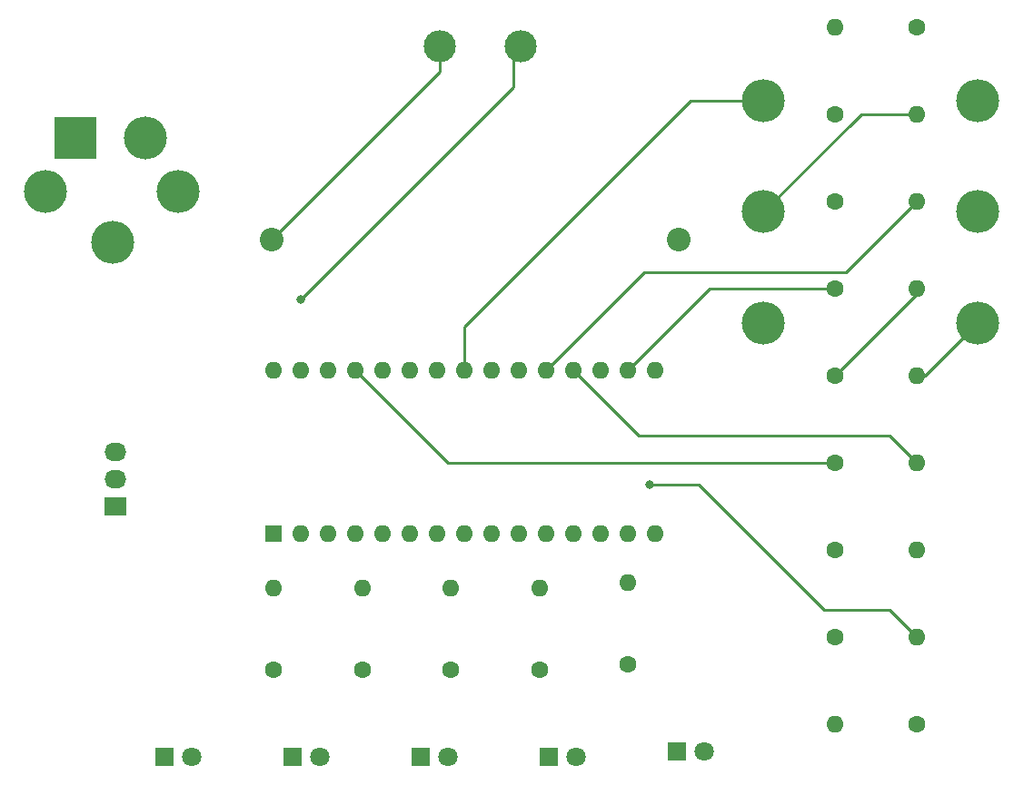
<source format=gbl>
%TF.GenerationSoftware,KiCad,Pcbnew,(5.1.10)-1*%
%TF.CreationDate,2021-08-05T18:33:57-07:00*%
%TF.ProjectId,SimpleCableTesterStatics,53696d70-6c65-4436-9162-6c6554657374,rev?*%
%TF.SameCoordinates,Original*%
%TF.FileFunction,Copper,L2,Bot*%
%TF.FilePolarity,Positive*%
%FSLAX46Y46*%
G04 Gerber Fmt 4.6, Leading zero omitted, Abs format (unit mm)*
G04 Created by KiCad (PCBNEW (5.1.10)-1) date 2021-08-05 18:33:57*
%MOMM*%
%LPD*%
G01*
G04 APERTURE LIST*
%TA.AperFunction,ComponentPad*%
%ADD10R,2.030000X1.730000*%
%TD*%
%TA.AperFunction,ComponentPad*%
%ADD11O,2.030000X1.730000*%
%TD*%
%TA.AperFunction,ComponentPad*%
%ADD12C,2.205000*%
%TD*%
%TA.AperFunction,ComponentPad*%
%ADD13O,1.600000X1.600000*%
%TD*%
%TA.AperFunction,ComponentPad*%
%ADD14C,1.600000*%
%TD*%
%TA.AperFunction,ComponentPad*%
%ADD15R,1.600000X1.600000*%
%TD*%
%TA.AperFunction,ComponentPad*%
%ADD16R,1.800000X1.800000*%
%TD*%
%TA.AperFunction,ComponentPad*%
%ADD17C,1.800000*%
%TD*%
%TA.AperFunction,ComponentPad*%
%ADD18O,4.000000X4.000000*%
%TD*%
%TA.AperFunction,ComponentPad*%
%ADD19R,4.000000X4.000000*%
%TD*%
%TA.AperFunction,ComponentPad*%
%ADD20O,3.000000X3.000000*%
%TD*%
%TA.AperFunction,ViaPad*%
%ADD21C,0.800000*%
%TD*%
%TA.AperFunction,Conductor*%
%ADD22C,0.250000*%
%TD*%
G04 APERTURE END LIST*
D10*
%TO.P,U1,1*%
%TO.N,Net-(D4-Pad2)*%
X114808000Y-119888000D03*
D11*
%TO.P,U1,3*%
%TO.N,GND*%
X114808000Y-117348000D03*
%TO.P,U1,2*%
%TO.N,5V*%
X114808000Y-114808000D03*
%TD*%
D12*
%TO.P,.1,2*%
%TO.N,Net-(.1-Pad2)*%
X129351000Y-94996000D03*
%TO.P,.1,1*%
%TO.N,GND*%
X167321000Y-94996000D03*
%TD*%
D13*
%TO.P,3-1V1,2*%
%TO.N,Read1V*%
X181864000Y-75184000D03*
D14*
%TO.P,3-1V1,1*%
%TO.N,Read3V*%
X189484000Y-75184000D03*
%TD*%
%TO.P,3-1V2,1*%
%TO.N,Net-(3-1V2-Pad1)*%
X181864000Y-123952000D03*
D13*
%TO.P,3-1V2,2*%
%TO.N,GND*%
X189484000Y-123952000D03*
%TD*%
D14*
%TO.P,3-2V1,1*%
%TO.N,Read3V*%
X181864000Y-132080000D03*
D13*
%TO.P,3-2V1,2*%
%TO.N,Read2V*%
X189484000Y-132080000D03*
%TD*%
%TO.P,3-2V2,2*%
%TO.N,GND*%
X181864000Y-140208000D03*
D14*
%TO.P,3-2V2,1*%
%TO.N,Net-(3-2V2-Pad1)*%
X189484000Y-140208000D03*
%TD*%
%TO.P,3.3-3V1,1*%
%TO.N,3.3V*%
X181864000Y-99568000D03*
D13*
%TO.P,3.3-3V1,2*%
%TO.N,Read3V*%
X189484000Y-99568000D03*
%TD*%
D14*
%TO.P,3.3-3V2,1*%
%TO.N,Read3V*%
X181864000Y-107696000D03*
D13*
%TO.P,3.3-3V2,2*%
%TO.N,GND*%
X189484000Y-107696000D03*
%TD*%
%TO.P,5-4V1,2*%
%TO.N,GND*%
X189484000Y-83312000D03*
D14*
%TO.P,5-4V1,1*%
%TO.N,Net-(5-4V1-Pad1)*%
X181864000Y-83312000D03*
%TD*%
%TO.P,5-4V2,1*%
%TO.N,5V*%
X181864000Y-91440000D03*
D13*
%TO.P,5-4V2,2*%
%TO.N,Read4V*%
X189484000Y-91440000D03*
%TD*%
D15*
%TO.P,A1,1*%
%TO.N,N/C*%
X129540000Y-122428000D03*
D13*
%TO.P,A1,17*%
%TO.N,3.3V*%
X162560000Y-107188000D03*
%TO.P,A1,2*%
%TO.N,N/C*%
X132080000Y-122428000D03*
%TO.P,A1,18*%
X160020000Y-107188000D03*
%TO.P,A1,3*%
X134620000Y-122428000D03*
%TO.P,A1,19*%
%TO.N,Read5V*%
X157480000Y-107188000D03*
%TO.P,A1,4*%
%TO.N,GND*%
X137160000Y-122428000D03*
%TO.P,A1,20*%
%TO.N,Read4V*%
X154940000Y-107188000D03*
%TO.P,A1,5*%
%TO.N,BIAS*%
X139700000Y-122428000D03*
%TO.P,A1,21*%
%TO.N,Read3V*%
X152400000Y-107188000D03*
%TO.P,A1,6*%
%TO.N,R+*%
X142240000Y-122428000D03*
%TO.P,A1,22*%
%TO.N,Read2V*%
X149860000Y-107188000D03*
%TO.P,A1,7*%
%TO.N,L+*%
X144780000Y-122428000D03*
%TO.P,A1,23*%
%TO.N,Read1V*%
X147320000Y-107188000D03*
%TO.P,A1,8*%
%TO.N,L-*%
X147320000Y-122428000D03*
%TO.P,A1,24*%
%TO.N,N/C*%
X144780000Y-107188000D03*
%TO.P,A1,9*%
%TO.N,R-*%
X149860000Y-122428000D03*
%TO.P,A1,25*%
%TO.N,N/C*%
X142240000Y-107188000D03*
%TO.P,A1,10*%
X152400000Y-122428000D03*
%TO.P,A1,26*%
X139700000Y-107188000D03*
%TO.P,A1,11*%
X154940000Y-122428000D03*
%TO.P,A1,27*%
%TO.N,5V*%
X137160000Y-107188000D03*
%TO.P,A1,12*%
%TO.N,N/C*%
X157480000Y-122428000D03*
%TO.P,A1,28*%
X134620000Y-107188000D03*
%TO.P,A1,13*%
X160020000Y-122428000D03*
%TO.P,A1,29*%
%TO.N,GND*%
X132080000Y-107188000D03*
%TO.P,A1,14*%
%TO.N,N/C*%
X162560000Y-122428000D03*
%TO.P,A1,30*%
X129540000Y-107188000D03*
%TO.P,A1,15*%
X165100000Y-122428000D03*
%TO.P,A1,16*%
X165100000Y-107188000D03*
%TD*%
D16*
%TO.P,Bias.1,1*%
%TO.N,GND*%
X119380000Y-143256000D03*
D17*
%TO.P,Bias.1,2*%
%TO.N,Net-(Bias.1-Pad2)*%
X121920000Y-143256000D03*
%TD*%
%TO.P,R+.2,2*%
%TO.N,Net-(R+.2-Pad2)*%
X133858000Y-143256000D03*
D16*
%TO.P,R+.2,1*%
%TO.N,GND*%
X131318000Y-143256000D03*
%TD*%
%TO.P,L+.3,1*%
%TO.N,GND*%
X143256000Y-143256000D03*
D17*
%TO.P,L+.3,2*%
%TO.N,Net-(L+.3-Pad2)*%
X145796000Y-143256000D03*
%TD*%
%TO.P,L-.4,2*%
%TO.N,Net-(L-.4-Pad2)*%
X157734000Y-143256000D03*
D16*
%TO.P,L-.4,1*%
%TO.N,GND*%
X155194000Y-143256000D03*
%TD*%
%TO.P,R-.5,1*%
%TO.N,GND*%
X167132000Y-142748000D03*
D17*
%TO.P,R-.5,2*%
%TO.N,Net-(R-.5-Pad2)*%
X169672000Y-142748000D03*
%TD*%
D13*
%TO.P,R1,2*%
%TO.N,BIAS*%
X129540000Y-127508000D03*
D14*
%TO.P,R1,1*%
%TO.N,Net-(Bias.1-Pad2)*%
X129540000Y-135128000D03*
%TD*%
%TO.P,R2,1*%
%TO.N,Net-(R+.2-Pad2)*%
X137795000Y-135128000D03*
D13*
%TO.P,R2,2*%
%TO.N,R+*%
X137795000Y-127508000D03*
%TD*%
%TO.P,R3,2*%
%TO.N,L+*%
X146050000Y-127508000D03*
D14*
%TO.P,R3,1*%
%TO.N,Net-(L+.3-Pad2)*%
X146050000Y-135128000D03*
%TD*%
%TO.P,R4,1*%
%TO.N,Net-(L-.4-Pad2)*%
X154305000Y-135128000D03*
D13*
%TO.P,R4,2*%
%TO.N,L-*%
X154305000Y-127508000D03*
%TD*%
%TO.P,R5,2*%
%TO.N,R-*%
X162560000Y-127000000D03*
D14*
%TO.P,R5,1*%
%TO.N,Net-(R-.5-Pad2)*%
X162560000Y-134620000D03*
%TD*%
D13*
%TO.P,Stay5V1,2*%
%TO.N,Read5V*%
X189484000Y-115824000D03*
D14*
%TO.P,Stay5V1,1*%
%TO.N,5V*%
X181864000Y-115824000D03*
%TD*%
D18*
%TO.P,U2,2*%
%TO.N,Read2V*%
X108305600Y-90500200D03*
D19*
%TO.P,U2,1*%
%TO.N,N/C*%
X111074200Y-85496400D03*
D18*
%TO.P,U2,4*%
%TO.N,Read4V*%
X120650000Y-90500200D03*
%TO.P,U2,3*%
%TO.N,Read3V*%
X114554000Y-95250000D03*
%TO.P,U2,5*%
%TO.N,Read5V*%
X117576600Y-85496400D03*
%TD*%
%TO.P,U3,4*%
%TO.N,Net-(5-4V1-Pad1)*%
X175158400Y-102768400D03*
%TO.P,U3,3*%
%TO.N,GND*%
X175158400Y-92428400D03*
%TO.P,U3,1L*%
%TO.N,Read1V*%
X175158400Y-82088400D03*
%TO.P,U3,2*%
%TO.N,Net-(3-2V2-Pad1)*%
X195158400Y-92428400D03*
%TO.P,U3,1R*%
%TO.N,Net-(3-1V2-Pad1)*%
X195158400Y-82088400D03*
%TO.P,U3,5*%
%TO.N,GND*%
X195158400Y-102768400D03*
%TD*%
D20*
%TO.P,SW1,1*%
%TO.N,Net-(.1-Pad2)*%
X144985400Y-76946800D03*
%TO.P,SW1,2*%
%TO.N,Net-(D4-Pad1)*%
X152585400Y-76946800D03*
%TD*%
D21*
%TO.N,Read2V*%
X164592000Y-117856000D03*
%TO.N,Net-(D4-Pad1)*%
X132080000Y-100584000D03*
%TD*%
D22*
%TO.N,Net-(.1-Pad2)*%
X144985400Y-79361600D02*
X129351000Y-94996000D01*
X144985400Y-76946800D02*
X144985400Y-79361600D01*
%TO.N,Read1V*%
X175158400Y-82088400D02*
X168355600Y-82088400D01*
X147320000Y-103124000D02*
X147320000Y-107188000D01*
X168355600Y-82088400D02*
X147320000Y-103124000D01*
%TO.N,Read3V*%
X189484000Y-100076000D02*
X189484000Y-99568000D01*
X181864000Y-107696000D02*
X189484000Y-100076000D01*
%TO.N,GND*%
X190230800Y-107696000D02*
X189484000Y-107696000D01*
X195158400Y-102768400D02*
X190230800Y-107696000D01*
X184274800Y-83312000D02*
X189484000Y-83312000D01*
X175158400Y-92428400D02*
X184274800Y-83312000D01*
%TO.N,Read2V*%
X164592000Y-117856000D02*
X169164000Y-117856000D01*
X169164000Y-117856000D02*
X180848000Y-129540000D01*
X186944000Y-129540000D02*
X189484000Y-132080000D01*
X180848000Y-129540000D02*
X186944000Y-129540000D01*
%TO.N,3.3V*%
X170180000Y-99568000D02*
X162560000Y-107188000D01*
X181864000Y-99568000D02*
X170180000Y-99568000D01*
%TO.N,5V*%
X145796000Y-115824000D02*
X137160000Y-107188000D01*
X181864000Y-115824000D02*
X145796000Y-115824000D01*
%TO.N,Read4V*%
X182880000Y-98044000D02*
X189484000Y-91440000D01*
X164084000Y-98044000D02*
X182880000Y-98044000D01*
X154940000Y-107188000D02*
X164084000Y-98044000D01*
%TO.N,Read5V*%
X157480000Y-107188000D02*
X163576000Y-113284000D01*
X186944000Y-113284000D02*
X189484000Y-115824000D01*
X163576000Y-113284000D02*
X186944000Y-113284000D01*
%TO.N,Net-(D4-Pad1)*%
X132080000Y-100584000D02*
X151892000Y-80772000D01*
X151892000Y-77640200D02*
X152585400Y-76946800D01*
X151892000Y-80772000D02*
X151892000Y-77640200D01*
%TD*%
M02*

</source>
